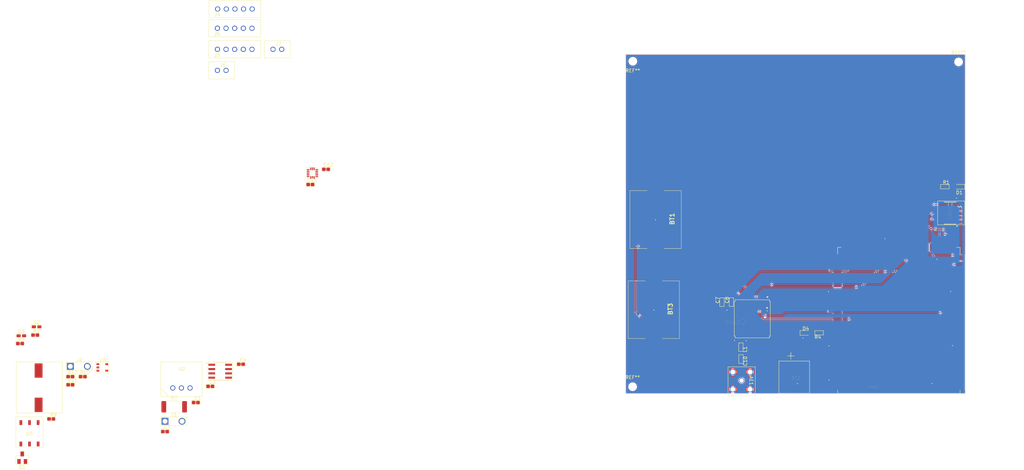
<source format=kicad_pcb>
(kicad_pcb (version 20210228) (generator pcbnew)
  (layers (0 "F.Cu" signal) (31 "B.Cu" signal) (34 "B.Paste" user) (35 "F.Paste" user) (36 "B.SilkS" user "B.Silkscreen") (37 "F.SilkS" user "F.Silkscreen") (38 "B.Mask" user) (39 "F.Mask" user) (44 "Edge.Cuts" user))
  (net 0 "")
  (net 1 "GND")
  (net 2 "Net-(AE1-Pad1)")
  (net 3 "Net-(BT1-Pad1)")
  (net 4 "/SOM/LIPO")
  (net 5 "Net-(BT3-Pad1)")
  (net 6 "VDC")
  (net 7 "+3V3")
  (net 8 "Net-(C10-Pad1)")
  (net 9 "/SOM/TRST")
  (net 10 "/SOM/TDI")
  (net 12 "/SOM/TDO")
  (net 13 "/SOM/TCK")
  (net 14 "/SOM/TMS")
  (net 15 "Net-(D1-Pad2)")
  (net 16 "Net-(D2-Pad2)")
  (net 17 "Net-(D3-Pad2)")
  (net 18 "Net-(D4-Pad2)")
  (net 19 "Net-(J1-Pad2)")
  (net 20 "Net-(J2-Pad1)")
  (net 21 "/RESET")
  (net 22 "/WAKE")
  (net 23 "/PPS")
  (net 24 "/RX")
  (net 25 "/TX")
  (net 26 "/BUZZER")
  (net 27 "/SSR")
  (net 28 "/LED3")
  (net 29 "/LED2")
  (net 30 "/LED1")
  (net 31 "/INT2")
  (net 32 "/INT1")
  (net 33 "/SDA")
  (net 34 "/SCL")
  (net 35 "Net-(L1-Pad1)")
  (net 36 "Net-(PZ1-Pad1)")
  (net 37 "/SOM/RED")
  (net 38 "/SOM/GREEN")
  (net 39 "/SOM/BLUE")
  (net 40 "/SOM/POWER")
  (net 41 "Net-(R10-Pad2)")
  (footprint "halfgeleiders:led0603" (layer "F.Cu") (at -75.015 120.145)
    (fp_text reference "D2" (at 0 -1.27) (layer "F.SilkS"))
    (fp_text value "GREEN")
    (pad "1" smd roundrect (at -0.8125 0) (size 1.225 0.85) (layers "F.Cu" "F.Paste" "F.Mask") (net 1 "GND"))
    (pad "2" smd roundrect (at 0.8125 0) (size 1.225 0.85) (layers "F.Cu" "F.Paste" "F.Mask") (net 16 "Net-(D2-Pad2)"))
  )
  (footprint "vanalles:PROSIGNAL_ABI-017-RC" (layer "F.Cu") (at -74.435 138.07)
    (fp_text reference "PZ1" (at 3 -0.6) (layer "F.SilkS") (effects (font (size 0.944882 0.944882) (thickness 0.015))))
    (fp_text value "buzzer")
    (pad "1" smd rect (at 0 5.045) (size 2.31 4.22) (layers "F.Cu" "F.Paste" "F.Mask") (net 36 "Net-(PZ1-Pad1)"))
    (pad "2" smd rect (at 0 -5.045) (size 2.31 4.22) (layers "F.Cu" "F.Paste" "F.Mask") (net 1 "GND"))
  )
  (footprint "vanalles:R_2512_6332Metric_Pad1.40x3.35mm_HandSolder" (layer "F.Cu") (at -34.565 143.685)
    (fp_text reference "R7" (at 0 -2.62) (layer "F.SilkS"))
    (fp_text value "100m Ohm")
    (pad "1" smd roundrect (at -3.05 0) (size 1.4 3.35) (layers "F.Cu" "F.Paste" "F.Mask") (roundrect_rratio 0.178571) (net 19 "Net-(J1-Pad2)"))
    (pad "2" smd roundrect (at 3.05 0) (size 1.4 3.35) (layers "F.Cu" "F.Paste" "F.Mask") (roundrect_rratio 0.178571) (net 6 "VDC"))
  )
  (footprint "vanalles:0603RL" (layer "F.Cu") (at -79.875 125.075)
    (fp_text reference "R3" (at 0.376 -1.27) (layer "F.SilkS"))
    (fp_text value "220")
    (pad "1" smd roundrect (at -0.64 0 90) (size 1 1.1) (layers "F.Cu" "F.Paste" "F.Mask") (net 39 "/SOM/BLUE"))
    (pad "2" smd roundrect (at 0.63 0 90) (size 1 1.1) (layers "F.Cu" "F.Paste" "F.Mask") (net 17 "Net-(D3-Pad2)"))
  )
  (footprint "vanalles:0603RL" (layer "F.Cu") (at 192.06 78.89)
    (fp_text reference "R1" (at 0.376 -1.27) (layer "F.SilkS"))
    (fp_text value "220")
    (pad "1" smd roundrect (at -0.64 0 90) (size 1 1.1) (layers "F.Cu" "F.Paste" "F.Mask") (net 37 "/SOM/RED"))
    (pad "2" smd roundrect (at 0.63 0 90) (size 1 1.1) (layers "F.Cu" "F.Paste" "F.Mask") (net 15 "Net-(D1-Pad2)"))
  )
  (footprint "connectors_user:2pin_screw" (layer "F.Cu") (at -62.545 131.795)
    (fp_text reference "J2" (at 0.145 -1.955) (layer "F.SilkS"))
    (fp_text value "Screw_Terminal_01x02")
    (pad "1" thru_hole rect (at -2.555 -0.005) (size 2 2) (drill 1.4) (layers *.Cu *.Mask) (net 20 "Net-(J2-Pad1)"))
    (pad "2" thru_hole circle (at 2.445 -0.005) (size 2 2) (drill 1.4) (layers *.Cu *.Mask) (net 1 "GND"))
  )
  (footprint "connectors_user:SAMTEC_FTSH-105-01-F-DV-P-TR" (layer "F.Cu") (at 193.61 86.69 90)
    (fp_text reference "CON1" (at 0.08 -0.05 90) (layer "F.SilkS") (effects (font (thickness 0.015))))
    (fp_text value "jtag")
    (pad "1" smd rect (at -2.54 2.035 90) (size 0.74 2.79) (layers "F.Cu" "F.Paste" "F.Mask") (net 7 "+3V3"))
    (pad "2" smd rect (at -2.54 -2.035 90) (size 0.74 2.79) (layers "F.Cu" "F.Paste" "F.Mask") (net 14 "/SOM/TMS"))
    (pad "3" smd rect (at -1.27 2.035 90) (size 0.74 2.79) (layers "F.Cu" "F.Paste" "F.Mask") (net 1 "GND"))
    (pad "4" smd rect (at -1.27 -2.035 90) (size 0.74 2.79) (layers "F.Cu" "F.Paste" "F.Mask") (net 13 "/SOM/TCK"))
    (pad "5" smd rect (at 0 2.035 90) (size 0.74 2.79) (layers "F.Cu" "F.Paste" "F.Mask") (net 1 "GND"))
    (pad "6" smd rect (at 0 -2.035 90) (size 0.74 2.79) (layers "F.Cu" "F.Paste" "F.Mask") (net 12 "/SOM/TDO"))
    (pad "7" smd rect (at 1.27 2.035 90) (size 0.74 2.79) (layers "F.Cu" "F.Paste" "F.Mask"))
    (pad "8" smd rect (at 1.27 -2.035 90) (size 0.74 2.79) (layers "F.Cu" "F.Paste" "F.Mask") (net 10 "/SOM/TDI"))
    (pad "9" smd rect (at 2.54 2.035 90) (size 0.74 2.79) (layers "F.Cu" "F.Paste" "F.Mask") (net 1 "GND"))
    (pad "10" smd rect (at 2.54 -2.035 90) (size 0.74 2.79) (layers "F.Cu" "F.Paste" "F.Mask") (net 9 "/SOM/TRST"))
  )
  (footprint "vanalles:0603" (layer "F.Cu") (at 10.09 73.78)
    (fp_text reference "C12" (at 0.635 -1.265) (layer "F.SilkS"))
    (fp_text value "100nF")
    (pad "1" smd roundrect (at -0.635 0.005 90) (size 1 1.1) (layers "F.Cu" "F.Paste" "F.Mask") (net 7 "+3V3"))
    (pad "2" smd roundrect (at 0.635 0.005 90) (size 1 1.1) (layers "F.Cu" "F.Paste" "F.Mask") (net 1 "GND"))
  )
  (footprint "vanalles:0603" (layer "F.Cu") (at 129.285 112.885 90)
    (fp_text reference "C8" (at 0.635 -1.265 90) (layer "F.SilkS"))
    (fp_text value "100nF")
    (pad "1" smd roundrect (at -0.635 0.005 180) (size 1 1.1) (layers "F.Cu" "F.Paste" "F.Mask") (net 7 "+3V3"))
    (pad "2" smd roundrect (at 0.635 0.005 180) (size 1 1.1) (layers "F.Cu" "F.Paste" "F.Mask") (net 1 "GND"))
  )
  (footprint "vanalles:0603" (layer "F.Cu") (at 132.09 126.135 -90)
    (fp_text reference "L1" (at 0.635 -1.265 90) (layer "F.SilkS"))
    (fp_text value "5n6")
    (pad "1" smd roundrect (at -0.635 0.005) (size 1 1.1) (layers "F.Cu" "F.Paste" "F.Mask") (net 35 "Net-(L1-Pad1)"))
    (pad "2" smd roundrect (at 0.635 0.005) (size 1 1.1) (layers "F.Cu" "F.Paste" "F.Mask") (net 8 "Net-(C10-Pad1)"))
  )
  (footprint "connectors_user:2 pin header" (layer "F.Cu") (at -5.49 38.46)
    (fp_text reference "J7" (at 1.6 -1.5 unlocked) (layer "F.SilkS"))
    (fp_text value "Conn_01x02_Male")
    (pad "1" thru_hole circle (at 0 0) (size 1.5 1.5) (drill 1.02) (layers *.Cu *.Mask) (net 34 "/SCL"))
    (pad "2" thru_hole circle (at 2.54 0) (size 1.5 1.5) (drill 1.02) (layers *.Cu *.Mask) (net 33 "/SDA"))
  )
  (footprint "vanalles:0603" (layer "F.Cu") (at -65.1 134.81)
    (fp_text reference "R12" (at 0.635 -1.265) (layer "F.SilkS"))
    (fp_text value "10K")
    (pad "1" smd roundrect (at -0.635 0.005 90) (size 1 1.1) (layers "F.Cu" "F.Paste" "F.Mask") (net 7 "+3V3"))
    (pad "2" smd roundrect (at 0.635 0.005 90) (size 1 1.1) (layers "F.Cu" "F.Paste" "F.Mask") (net 34 "/SCL"))
  )
  (footprint "vanalles:0603" (layer "F.Cu") (at -14.93 131.15)
    (fp_text reference "C4" (at 0.635 -1.265) (layer "F.SilkS"))
    (fp_text value "10uF")
    (pad "1" smd roundrect (at -0.635 0.005 90) (size 1 1.1) (layers "F.Cu" "F.Paste" "F.Mask") (net 7 "+3V3"))
    (pad "2" smd roundrect (at 0.635 0.005 90) (size 1 1.1) (layers "F.Cu" "F.Paste" "F.Mask") (net 1 "GND"))
  )
  (footprint "halfgeleiders:sot-23," (layer "F.Cu") (at -79.245 158.685)
    (fp_text reference "Q1" (at 0 2.794) (layer "F.SilkS"))
    (fp_text value "BBS3002")
    (pad "1" smd rect (at -0.94996 1.09982) (size 0.99822 1.39954) (layers "F.Cu" "F.Paste" "F.Mask") (net 26 "/BUZZER"))
    (pad "2" smd rect (at 0.94996 1.09982) (size 0.99822 1.39954) (layers "F.Cu" "F.Paste" "F.Mask") (net 36 "Net-(PZ1-Pad1)"))
    (pad "3" smd rect (at 0 -1.09982) (size 0.99822 1.39954) (layers "F.Cu" "F.Paste" "F.Mask") (net 7 "+3V3"))
  )
  (footprint "connectors_user:5pin header" (layer "F.Cu") (at -16.67 26.6)
    (fp_text reference "J4" (at -5.17 1.69 unlocked) (layer "F.SilkS"))
    (fp_text value "Conn_01x05_Male")
    (fp_text user "${REFERENCE}" (at -5.2 1.7 unlocked) (layer "F.SilkS"))
    (pad "1" thru_hole circle (at -5.11 -0.01) (size 1.5 1.5) (drill 1.02) (layers *.Cu *.Mask) (net 25 "/TX"))
    (pad "2" thru_hole circle (at -2.57 -0.01) (size 1.5 1.5) (drill 1.02) (layers *.Cu *.Mask) (net 24 "/RX"))
    (pad "3" thru_hole circle (at -0.03 -0.01) (size 1.5 1.5) (drill 1.02) (layers *.Cu *.Mask) (net 23 "/PPS"))
    (pad "4" thru_hole circle (at 2.51 -0.01) (size 1.5 1.5) (drill 1.02) (layers *.Cu *.Mask) (net 22 "/WAKE"))
    (pad "5" thru_hole circle (at 5.05 -0.01) (size 1.5 1.5) (drill 1.02) (layers *.Cu *.Mask) (net 21 "/RESET"))
  )
  (footprint "vanalles:MountingHole_2.2mm_M2_ISO7380" (layer "F.Cu") (at 100.31 41.98 180)
    (fp_text reference "REF**" (at 0 -2.75) (layer "F.SilkS"))
    (fp_text value "MountingHole_2.2mm_M2_ISO7380")
    (pad "1" np_thru_hole circle (at 0 0 180) (size 2.2 2.2) (drill 2.2) (layers *.Cu *.Mask))
  )
  (footprint "connectors_user:2pin_screw" (layer "F.Cu") (at -34.705 147.965)
    (fp_text reference "J1" (at 0.145 -1.955) (layer "F.SilkS"))
    (fp_text value "Screw_Terminal_01x02")
    (pad "1" thru_hole rect (at -2.555 -0.005) (size 2 2) (drill 1.4) (layers *.Cu *.Mask) (net 1 "GND"))
    (pad "2" thru_hole circle (at 2.445 -0.005) (size 2 2) (drill 1.4) (layers *.Cu *.Mask) (net 19 "Net-(J1-Pad2)"))
  )
  (footprint "connectors_user:sma_right angeld" (layer "F.Cu") (at 132.3 135.95 -90)
    (fp_text reference "AE1" (at 0.04 -2.81 -90 unlocked) (layer "F.SilkS"))
    (fp_text value "sma")
    (pad "1" thru_hole circle (at 0 0 270) (size 1.5 1.5) (drill 1.2) (layers *.Cu *.Mask) (net 2 "Net-(AE1-Pad1)"))
    (pad "2" thru_hole circle (at 2.6 2.6 270) (size 1.7 1.7) (drill 1.35) (layers *.Cu *.Mask) (net 1 "GND"))
    (pad "2" thru_hole circle (at -2.5 2.6 270) (size 1.7 1.7) (drill 1.35) (layers *.Cu *.Mask) (net 1 "GND"))
    (pad "2" thru_hole circle (at 2.6 -2.5 270) (size 1.7 1.7) (drill 1.35) (layers *.Cu *.Mask) (net 1 "GND"))
    (pad "2" thru_hole circle (at -2.5 -2.5 270) (size 1.7 1.7) (drill 1.35) (layers *.Cu *.Mask) (net 1 "GND"))
  )
  (footprint "vanalles:0603" (layer "F.Cu") (at -65.1 137.2)
    (fp_text reference "R11" (at 0.635 -1.265) (layer "F.SilkS"))
    (fp_text value "10K")
    (pad "1" smd roundrect (at -0.635 0.005 90) (size 1 1.1) (layers "F.Cu" "F.Paste" "F.Mask") (net 7 "+3V3"))
    (pad "2" smd roundrect (at 0.635 0.005 90) (size 1 1.1) (layers "F.Cu" "F.Paste" "F.Mask") (net 33 "/SDA"))
  )
  (footprint "vanalles:3012TR" (layer "F.Cu") (at 107 88.57 -90)
    (fp_text reference "BT1" (at -0.2032 -4.8768 90) (layer "F.SilkS") (effects (font (size 1.27 1.27) (thickness 0.254))))
    (fp_text value "Battery" hide)
    (pad "1" smd rect (at 10.02 0) (size 3.18 3.18) (layers "F.Cu" "F.Paste" "F.Mask") (net 3 "Net-(BT1-Pad1)"))
    (pad "1" smd rect (at -10.02 0) (size 3.18 3.18) (layers "F.Cu" "F.Paste" "F.Mask") (net 3 "Net-(BT1-Pad1)"))
    (pad "2" smd rect (at 0 0) (size 3.96 3.96) (layers "F.Cu" "F.Paste" "F.Mask") (net 1 "GND"))
  )
  (footprint "halfgeleiders:led0603" (layer "F.Cu") (at 151.1575 121.93)
    (fp_text reference "D4" (at 0 -1.27) (layer "F.SilkS"))
    (fp_text value "pwr")
    (pad "1" smd roundrect (at -0.8125 0) (size 1.225 0.85) (layers "F.Cu" "F.Paste" "F.Mask") (net 1 "GND"))
    (pad "2" smd roundrect (at 0.8125 0) (size 1.225 0.85) (layers "F.Cu" "F.Paste" "F.Mask") (net 18 "Net-(D4-Pad2)"))
  )
  (footprint "vanalles:0603" (layer "F.Cu") (at -28.21 142.43)
    (fp_text reference "C1" (at 0.635 -1.265) (layer "F.SilkS"))
    (fp_text value "100nF")
    (pad "1" smd roundrect (at -0.635 0.005 90) (size 1 1.1) (layers "F.Cu" "F.Paste" "F.Mask") (net 6 "VDC"))
    (pad "2" smd roundrect (at 0.635 0.005 90) (size 1 1.1) (layers "F.Cu" "F.Paste" "F.Mask") (net 1 "GND"))
  )
  (footprint "vanalles:recom psu" (layer "F.Cu") (at -32.434 138.14)
    (fp_text reference "U2" (at 0.127 -5.588 unlocked) (layer "F.SilkS"))
    (fp_text value "R-783.3-1.0")
    (pad "1" thru_hole circle (at -2.54 0) (size 1.5 1.5) (drill 1.02) (layers *.Cu *.Mask) (net 6 "VDC"))
    (pad "2" thru_hole circle (at 0 0) (size 1.5 1.5) (drill 1.02) (layers *.Cu *.Mask) (net 1 "GND"))
    (pad "3" thru_hole circle (at 2.54 0) (size 1.5 1.5) (drill 1.02) (layers *.Cu *.Mask) (net 7 "+3V3"))
  )
  (footprint "halfgeleiders:SOT-25" (layer "F.Cu") (at -55.725 132.1)
    (fp_text reference "U6" (at 0.236 -2.233) (layer "F.SilkS"))
    (fp_text value "DS28CM00R-A00+T")
    (pad "1" smd roundrect (at -1.27 -0.945 90) (size 0.55 0.8) (layers "F.Cu" "F.Paste" "F.Mask") (net 34 "/SCL"))
    (pad "2" smd rect (at -1.27 0.005 90) (size 0.55 0.8) (layers "F.Cu" "F.Paste" "F.Mask") (net 1 "GND"))
    (pad "3" smd rect (at -1.27 0.955 90) (size 0.55 0.8) (layers "F.Cu" "F.Paste" "F.Mask") (net 33 "/SDA"))
    (pad "4" smd rect (at 1.33 0.955 90) (size 0.55 0.8) (layers "F.Cu" "F.Paste" "F.Mask"))
    (pad "5" smd rect (at 1.33 -0.945 90) (size 0.55 0.8) (layers "F.Cu" "F.Paste" "F.Mask") (net 7 "+3V3"))
  )
  (footprint "halfgeleiders:sop4 P=2.54" (layer "F.Cu") (at -77.11 154.64)
    (fp_text reference "U5" (at 0 -3 unlocked) (layer "F.SilkS"))
    (fp_text value "G3VM-61HR2(TR05)")
    (pad "1" smd roundrect (at 2.54 -6.3 180) (size 0.8 1.4) (layers "F.Cu" "F.Paste" "F.Mask") (roundrect_rratio 0) (chamfer_ratio 0.2) (chamfer top_left) (net 41 "Net-(R10-Pad2)"))
    (pad "2" smd rect (at 0 -6.3 180) (size 0.8 1.4) (layers "F.Cu" "F.Paste" "F.Mask") (net 1 "GND"))
    (pad "3" smd rect (at -2.54 -6.3 180) (size 0.8 1.4) (layers "F.Cu" "F.Paste" "F.Mask"))
    (pad "4" smd rect (at -2.54 0 180) (size 0.8 1.4) (layers "F.Cu" "F.Paste" "F.Mask") (net 20 "Net-(J2-Pad1)"))
    (pad "5" smd rect (at 0 0 180) (size 0.8 1.4) (layers "F.Cu" "F.Paste" "F.Mask"))
    (pad "6" smd rect (at 2.54 0 180) (size 0.8 1.4) (layers "F.Cu" "F.Paste" "F.Mask") (net 6 "VDC"))
  )
  (footprint "vanalles:0603" (layer "F.Cu") (at -37.26 150.98)
    (fp_text reference "C2" (at 0.635 -1.265) (layer "F.SilkS"))
    (fp_text value "10uF")
    (pad "1" smd roundrect (at -0.635 0.005 90) (size 1 1.1) (layers "F.Cu" "F.Paste" "F.Mask") (net 6 "VDC"))
    (pad "2" smd roundrect (at 0.635 0.005 90) (size 1 1.1) (layers "F.Cu" "F.Paste" "F.Mask") (net 1 "GND"))
  )
  (footprint "halfgeleiders:led0603" (layer "F.Cu") (at 196.235 78.905 180)
    (fp_text reference "D1" (at -0.0725 -1.74) (layer "F.SilkS"))
    (fp_text value "RED")
    (pad "1" smd roundrect (at -0.8125 0 180) (size 1.225 0.85) (layers "F.Cu" "F.Paste" "F.Mask") (net 1 "GND"))
    (pad "2" smd roundrect (at 0.8125 0 180) (size 1.225 0.85) (layers "F.Cu" "F.Paste" "F.Mask") (net 15 "Net-(D1-Pad2)"))
  )
  (footprint "connectors_user:2 pin header" (layer "F.Cu") (at -21.85 44.66)
    (fp_text reference "J6" (at 1.6 -1.5 unlocked) (layer "F.SilkS"))
    (fp_text value "Conn_01x02_Male")
    (pad "1" thru_hole circle (at 0 0) (size 1.5 1.5) (drill 1.02) (layers *.Cu *.Mask) (net 32 "/INT1"))
    (pad "2" thru_hole circle (at 2.54 0) (size 1.5 1.5) (drill 1.02) (layers *.Cu *.Mask) (net 31 "/INT2"))
  )
  (footprint "vanalles:0603" (layer "F.Cu") (at 5.48 78.26)
    (fp_text reference "C11" (at 0.635 -1.265) (layer "F.SilkS"))
    (fp_text value "10uF")
    (pad "1" smd roundrect (at -0.635 0.005 90) (size 1 1.1) (layers "F.Cu" "F.Paste" "F.Mask") (net 7 "+3V3"))
    (pad "2" smd roundrect (at 0.635 0.005 90) (size 1 1.1) (layers "F.Cu" "F.Paste" "F.Mask") (net 1 "GND"))
  )
  (footprint "halfgeleiders:led0603" (layer "F.Cu") (at -79.4975 122.79)
    (fp_text reference "D3" (at 0 -1.27) (layer "F.SilkS"))
    (fp_text value "BLUE")
    (pad "1" smd roundrect (at -0.8125 0) (size 1.225 0.85) (layers "F.Cu" "F.Paste" "F.Mask") (net 1 "GND"))
    (pad "2" smd roundrect (at 0.8125 0) (size 1.225 0.85) (layers "F.Cu" "F.Paste" "F.Mask") (net 17 "Net-(D3-Pad2)"))
  )
  (footprint "connectors_user:5pin header" (layer "F.Cu") (at -16.74 38.47)
    (fp_text reference "J3" (at -5.17 1.69 unlocked) (layer "F.SilkS"))
    (fp_text value "Conn_01x05_Male")
    (fp_text user "${REFERENCE}" (at -5.2 1.7 unlocked) (layer "F.SilkS"))
    (pad "1" thru_hole circle (at -5.11 -0.01) (size 1.5 1.5) (drill 1.02) (layers *.Cu *.Mask) (net 1 "GND"))
    (pad "2" thru_hole circle (at -2.57 -0.01) (size 1.5 1.5) (drill 1.02) (layers *.Cu *.Mask) (net 1 "GND"))
    (pad "3" thru_hole circle (at -0.03 -0.01) (size 1.5 1.5) (drill 1.02) (layers *.Cu *.Mask) (net 1 "GND"))
    (pad "4" thru_hole circle (at 2.51 -0.01) (size 1.5 1.5) (drill 1.02) (layers *.Cu *.Mask) (net 1 "GND"))
    (pad "5" thru_hole circle (at 5.05 -0.01) (size 1.5 1.5) (drill 1.02) (layers *.Cu *.Mask) (net 1 "GND"))
  )
  (footprint "vanalles:3012TR" (layer "F.Cu") (at 106.47 115.11 -90)
    (fp_text reference "BT3" (at -0.2032 -4.8768 90) (layer "F.SilkS") (effects (font (size 1.27 1.27) (thickness 0.254))))
    (fp_text value "Battery_Cell" hide)
    (pad "1" smd rect (at 10.02 0) (size 3.18 3.18) (layers "F.Cu" "F.Paste" "F.Mask") (net 5 "Net-(BT3-Pad1)"))
    (pad "1" smd rect (at -10.02 0) (size 3.18 3.18) (layers "F.Cu" "F.Paste" "F.Mask") (net 5 "Net-(BT3-Pad1)"))
    (pad "2" smd rect (at 0 0) (size 3.96 3.96) (layers "F.Cu" "F.Paste" "F.Mask") (net 1 "GND"))
  )
  (footprint "vanalles:0603" (layer "F.Cu") (at -23.95 137.67)
    (fp_text reference "C3" (at 0.635 -1.265) (layer "F.SilkS"))
    (fp_text value "100nF")
    (pad "1" smd roundrect (at -0.635 0.005 90) (size 1 1.1) (layers "F.Cu" "F.Paste" "F.Mask") (net 7 "+3V3"))
    (pad "2" smd roundrect (at 0.635 0.005 90) (size 1 1.1) (layers "F.Cu" "F.Paste" "F.Mask") (net 1 "GND"))
  )
  (footprint "halfgeleiders:SOIC127P599X175-8N" (layer "F.Cu") (at -21.04 133.22)
    (fp_text reference "U1" (at -0.385 -3.537) (layer "F.SilkS") (effects (font (thickness 0.015))))
    (fp_text value "INA219BxDCN")
    (pad "1" smd rect (at -2.47 -1.905) (size 1.97 0.6) (layers "F.Cu" "F.Paste" "F.Mask") (net 19 "Net-(J1-Pad2)"))
    (pad "2" smd rect (at -2.47 -0.635) (size 1.97 0.6) (layers "F.Cu" "F.Paste" "F.Mask") (net 6 "VDC"))
    (pad "3" smd rect (at -2.47 0.635) (size 1.97 0.6) (layers "F.Cu" "F.Paste" "F.Mask") (net 1 "GND"))
    (pad "4" smd rect (at -2.47 1.905) (size 1.97 0.6) (layers "F.Cu" "F.Paste" "F.Mask") (net 7 "+3V3"))
    (pad "5" smd rect (at 2.47 1.905) (size 1.97 0.6) (layers "F.Cu" "F.Paste" "F.Mask") (net 34 "/SCL"))
    (pad "6" smd rect (at 2.47 0.635) (size 1.97 0.6) (layers "F.Cu" "F.Paste" "F.Mask") (net 33 "/SDA"))
    (pad "7" smd rect (at 2.47 -0.635) (size 1.97 0.6) (layers "F.Cu" "F.Paste" "F.Mask") (net 1 "GND"))
    (pad "8" smd rect (at 2.47 -1.905) (size 1.97 0.6) (layers "F.Cu" "F.Paste" "F.Mask") (net 1 "GND"))
  )
  (footprint "Module:SON_STM_TESEO-LIV3R" (layer "F.Cu") (at 135.44 117.78 180)
    (fp_text reference "mod2" (at 5 -1) (layer "F.SilkS") (effects (font (size 1.574803 1.574803) (thickness 0.015))))
    (fp_text value "teseo-LIV")
    (pad "1" smd rect (at -4.4 4.6 180) (size 0.9 1.6) (layers "F.Cu" "F.Paste" "F.Mask") (net 1 "GND"))
    (pad "2" smd rect (at -3.3 4.6 180) (size 0.9 1.6) (layers "F.Cu" "F.Paste" "F.Mask") (net 25 "/TX"))
    (pad "3" smd rect (at -2.2 4.6 180) (size 0.9 1.6) (layers "F.Cu" "F.Paste" "F.Mask") (net 24 "/RX"))
    (pad "4" smd rect (at -1.1 4.6 180) (size 0.9 1.6) (layers "F.Cu" "F.Paste" "F.Mask") (net 23 "/PPS"))
    (pad "5" smd rect (at 0 4.6 180) (size 0.9 1.6) (layers "F.Cu" "F.Paste" "F.Mask") (net 22 "/WAKE"))
    (pad "6" smd rect (at 1.1 4.6 180) (size 0.9 1.6) (layers "F.Cu" "F.Paste" "F.Mask") (net 5 "Net-(BT3-Pad1)"))
    (pad "7" smd rect (at 2.2 4.6 180) (size 0.9 1.6) (layers "F.Cu" "F.Paste" "F.Mask") (net 7 "+3V3"))
    (pad "8" smd rect (at 3.3 4.6 180) (size 0.9 1.6) (layers "F.Cu" "F.Paste" "F.Mask") (net 7 "+3V3"))
    (pad "9" smd rect (at 4.4 4.6 180) (size 0.9 1.6) (layers "F.Cu" "F.Paste" "F.Mask") (net 21 "/RESET"))
    (pad "10" smd rect (at 4.4 -4.6 180) (size 0.9 1.6) (layers "F.Cu" "F.Paste" "F.Mask") (net 1 "GND"))
    (pad "11" smd rect (at 3.3 -4.6 180) (size 0.9 1.6) (layers "F.Cu" "F.Paste" "F.Mask") (net 35 "Net-(L1-Pad1)"))
    (pad "12" smd rect (at 2.2 -4.6 180) (size 0.9 1.6) (layers "F.Cu" "F.Paste" "F.Mask") (net 1 "GND"))
    (pad "13" smd rect (at 1.1 -4.6 180) (size 0.9 1.6) (layers "F.Cu" "F.Paste" "F.Mask"))
    (pad "14" smd rect (at 0 -4.6 180) (size 0.9 1.6) (layers "F.Cu" "F.Paste" "F.Mask"))
    (pad "15" smd rect (at -1.1 -4.6 180) (size 0.9 1.6) (layers "F.Cu" "F.Paste" "F.Mask"))
    (pad "16" smd rect (at -2.2 -4.6 180) (size 0.9 1.6) (layers "F.Cu" "F.Paste" "F.Mask"))
    (pad "17" smd rect (at -3.3 -4.6 180) (size 0.9 1.6) (layers "F.Cu" "F.Paste" "F.Mask"))
    (pad "18" smd rect (at -4.4 -4.6 180) (size 0.9 1.6) (layers "F.Cu" "F.Paste" "F.Mask"))
  )
  (footprint "vanalles:0603RL" (layer "F.Cu") (at 155.07 121.92 180)
    (fp_text reference "R4" (at 0.376 -1.27) (layer "F.SilkS"))
    (fp_text value "220")
    (pad "1" smd roundrect (at -0.64 0 270) (size 1 1.1) (layers "F.Cu" "F.Paste" "F.Mask") (net 40 "/SOM/POWER"))
    (pad "2" smd roundrect (at 0.63 0 270) (size 1 1.1) (layers "F.Cu" "F.Paste" "F.Mask") (net 18 "Net-(D4-Pad2)"))
  )
  (footprint "vanalles:0603" (layer "F.Cu") (at -61.44 134.81)
    (fp_text reference "R10" (at 0.635 -1.265) (layer "F.SilkS"))
    (fp_text value "220 ")
    (pad "1" smd roundrect (at -0.635 0.005 90) (size 1 1.1) (layers "F.Cu" "F.Paste" "F.Mask") (net 27 "/SSR"))
    (pad "2" smd roundrect (at 0.635 0.005 90) (size 1 1.1) (layers "F.Cu" "F.Paste" "F.Mask") (net 41 "Net-(R10-Pad2)"))
  )
  (footprint "vanalles:0603" (layer "F.Cu") (at -70.72 147.27)
    (fp_text reference "R9" (at 0.635 -1.265) (layer "F.SilkS"))
    (fp_text value "10K")
    (pad "1" smd roundrect (at -0.635 0.005 90) (size 1 1.1) (layers "F.Cu" "F.Paste" "F.Mask") (net 26 "/BUZZER"))
    (pad "2" smd roundrect (at 0.635 0.005 90) (size 1 1.1) (layers "F.Cu" "F.Paste" "F.Mask") (net 1 "GND"))
  )
  (footprint "vanalles:0603" (layer "F.Cu") (at 132.12 129.615 -90)
    (fp_text reference "C10" (at 0.635 -1.265 90) (layer "F.SilkS"))
    (fp_text value "120nF")
    (pad "1" smd roundrect (at -0.635 0.005) (size 1 1.1) (layers "F.Cu" "F.Paste" "F.Mask") (net 8 "Net-(C10-Pad1)"))
    (pad "2" smd roundrect (at 0.635 0.005) (size 1 1.1) (layers "F.Cu" "F.Paste" "F.Mask") (net 2 "Net-(AE1-Pad1)"))
  )
  (footprint "connectors_user:5pin header" (layer "F.Cu") (at -16.74 32.27)
    (fp_text reference "J5" (at -5.17 1.69 unlocked) (layer "F.SilkS"))
    (fp_text value "Conn_01x05_Male")
    (fp_text user "${REFERENCE}" (at -5.2 1.7 unlocked) (layer "F.SilkS"))
    (pad "1" thru_hole circle (at -5.11 -0.01) (size 1.5 1.5) (drill 1.02) (layers *.Cu *.Mask) (net 30 "/LED1"))
    (pad "2" thru_hole circle (at -2.57 -0.01) (size 1.5 1.5) (drill 1.02) (layers *.Cu *.Mask) (net 29 "/LED2"))
    (pad "3" thru_hole circle (at -0.03 -0.01) (size 1.5 1.5) (drill 1.02) (layers *.Cu *.Mask) (net 28 "/LED3"))
    (pad "4" thru_hole circle (at 2.51 -0.01) (size 1.5 1.5) (drill 1.02) (layers *.Cu *.Mask) (net 27 "/SSR"))
    (pad "5" thru_hole circle (at 5.05 -0.01) (size 1.5 1.5) (drill 1.02) (layers *.Cu *.Mask) (net 26 "/BUZZER"))
  )
  (footprint "vanalles:0603RL" (layer "F.Cu") (at -75.425 122.585)
    (fp_text reference "R2" (at 0.376 -1.27) (layer "F.SilkS"))
    (fp_text value "220")
    (pad "1" smd roundrect (at -0.64 0 90) (size 1 1.1) (layers "F.Cu" "F.Paste" "F.Mask") (net 38 "/SOM/GREEN"))
    (pad "2" smd roundrect (at 0.63 0 90) (size 1 1.1) (layers "F.Cu" "F.Paste" "F.Mask") (net 16 "Net-(D2-Pad2)"))
  )
  (footprint "vanalles:0603" (layer "F.Cu") (at 126.505 112.915 90)
    (fp_text reference "C7" (at 0.635 -1.265 90) (layer "F.SilkS"))
    (fp_text value "10uF")
    (pad "1" smd roundrect (at -0.635 0.005 180) (size 1 1.1) (layers "F.Cu" "F.Paste" "F.Mask") (net 7 "+3V3"))
    (pad "2" smd roundrect (at 0.635 0.005 180) (size 1 1.1) (layers "F.Cu" "F.Paste" "F.Mask") (net 1 "GND"))
  )
  (footprint "Module:E0" (layer "F.Cu") (at 160.53 139.765)
    (fp_text reference "mod1" (at 10.5 -2) (layer "F.SilkS") (effects (font (size 0.787402 0.787402) (thickness 0.015))))
    (fp_text value "particle_e0")
    (pad "1" smd rect (at -0.008 -2) (size 2.5 1.4) (layers "F.Cu" "F.Paste" "F.Mask") (net 7 "+3V3"))
    (pad "2" smd rect (at -0.008 -4) (size 2.5 1.4) (layers "F.Cu" "F.Paste" "F.Mask") (net 1 "GND"))
    (pad "3" smd rect (at -0.008 -6) (size 2.5 1.4) (layers "F.Cu" "F.Paste" "F.Mask"))
    (pad "4" smd rect (at -0.008 -8) (size 2.5 1.4) (layers "F.Cu" "F.Paste" "F.Mask") (net 1 "GND"))
    (pad "5" smd rect (at -0.008 -10) (size 2.5 1.4) (layers "F.Cu" "F.Paste" "F.Mask") (net 4 "/SOM/LIPO"))
    (pad "6" smd rect (at -0.008 -12) (size 2.5 1.4) (layers "F.Cu" "F.Paste" "F.Mask"))
    (pad "7" smd rect (at -0.008 -14) (size 2.5 1.4) (layers "F.Cu" "F.Paste" "F.Mask") (net 1 "GND"))
    (pad "8" smd rect (at -0.008 -16) (size 2.5 1.4) (layers "F.Cu" "F.Paste" "F.Mask"))
    (pad "9" smd rect (at -0.008 -18) (size 2.5 1.4) (layers "F.Cu" "F.Paste" "F.Mask") (net 40 "/SOM/POWER"))
    (pad "10" smd rect (at -0.008 -20) (size 2.5 1.4) (layers "F.Cu" "F.Paste" "F.Mask") (net 7 "+3V3"))
    (pad "11" smd rect (at -0.008 -22) (size 2.5 1.4) (layers "F.Cu" "F.Paste" "F.Mask") (net 3 "Net-(BT1-Pad1)"))
    (pad "12" smd rect (at -0.008 -24) (size 2.5 1.4) (layers "F.Cu" "F.Paste" "F.Mask") (net 1 "GND"))
    (pad "13" smd rect (at -0.008 -26) (size 2.5 1.4) (layers "F.Cu" "F.Paste" "F.Mask"))
    (pad "14" smd rect (at -0.008 -28) (size 2.5 1.4) (layers "F.Cu" "F.Paste" "F.Mask"))
    (pad "15" smd rect (at -0.008 -30) (size 2.5 1.4) (layers "F.Cu" "F.Paste" "F.Mask") (net 1 "GND"))
    (pad "16" smd rect (at -0.008 -32) (size 2.5 1.4) (layers "F.Cu" "F.Paste" "F.Mask"))
    (pad "17" smd rect (at -0.008 -34) (size 2.5 1.4) (layers "F.Cu" "F.Paste" "F.Mask"))
    (pad "18" smd rect (at -0.008 -36) (size 2.5 1.4) (layers "F.Cu" "F.Paste" "F.Mask") (net 1 "GND"))
    (pad "19" smd rect (at -0.008 -38) (size 2.5 1.4) (layers "F.Cu" "F.Paste" "F.Mask"))
    (pad "20" smd rect (at -0.008 -40) (size 2.5 1.4) (layers "F.Cu" "F.Paste" "F.Mask"))
    (pad "21" smd rect (at 2 -43.008) (size 1.4 2.5) (layers "F.Cu" "F.Paste" "F.Mask") (net 27 "/SSR"))
    (pad "22" smd rect (at 4 -43.008) (size 1.4 2.5) (layers "F.Cu" "F.Paste" "F.Mask") (net 30 "/LED1"))
    (pad "23" smd rect (at 6 -43.008) (size 1.4 2.5) (layers "F.Cu" "F.Paste" "F.Mask") (net 29 "/LED2"))
    (pad "24" smd rect (at 8 -43.008) (size 1.4 2.5) (layers "F.Cu" "F.Paste" "F.Mask") (net 28 "/LED3"))
    (pad "25" smd rect (at 10 -43.008) (size 1.4 2.5) (layers "F.Cu" "F.Paste" "F.Mask") (net 26 "/BUZZER"))
    (pad "26" smd rect (at 12 -43.008) (size 1.4 2.5) (layers "F.Cu" "F.Paste" "F.Mask") (net 32 "/INT1"))
    (pad "27" smd rect (at 14 -43.008) (size 1.4 2.5) (layers "F.Cu" "F.Paste" "F.Mask") (net 1 "GND"))
    (pad "28" smd rect (at 16 -43.008) (size 1.4 2.5) (layers "F.Cu" "F.Paste" "F.Mask") (net 31 "/INT2"))
    (pad "29" smd rect (at 18 -43.008) (size 1.4 2.5) (layers "F.Cu" "F.Paste" "F.Mask") (net 23 "/PPS"))
    (pad "30" smd rect (at 20 -43.008) (size 1.4 2.5) (layers "F.Cu" "F.Paste" "F.Mask") (net 22 "/WAKE"))
    (pad "31" smd rect (at 22 -43.008) (size 1.4 2.5) (layers "F.Cu" "F.Paste" "F.Mask") (net 21 "/RESET"))
    (pad "32" smd rect (at 24 -43.008) (size 1.4 2.5) (layers "F.Cu" "F.Paste" "F.Mask"))
    (pad "33" smd rect (at 26 -43.008) (size 1.4 2.5) (layers "F.Cu" "F.Paste" "F.Mask"))
    (pad "34" smd rect (at 28 -43.008) (size 1.4 2.5) (layers "F.Cu" "F.Paste" "F.Mask") (net 1 "GND"))
    (pad "35" smd rect (at 30 -43.008) (size 1.4 2.5) (layers "F.Cu" "F.Paste" "F.Mask") (net 14 "/SOM/TMS"))
    (pad "36" smd rect (at 32 -43.008) (size 1.4 2.5) (layers "F.Cu" "F.Paste" "F.Mask") (net 13 "/SOM/TCK"))
    (pad "37" smd rect (at 34 -43.008) (size 1.4 2.5) (layers "F.Cu" "F.Paste" "F.Mask") (net 10 "/SOM/TDI"))
    (pad "38" smd rect (at 36.008 -40) (size 2.5 1.4) (layers "F.Cu" "F.Paste" "F.Mask") (net 12 "/SOM/TDO"))
    (pad "39" smd rect (at 36.008 -38) (size 2.5 1.4) (layers "F.Cu" "F.Paste" "F.Mask") (net 9 "/SOM/TRST"))
    (pad "40" smd rect (at 36.008 -36) (size 2.5 1.4) (layers "F.Cu" "F.Paste" "F.Mask"))
    (pad "41" smd rect (at 36.008 -34) (size 2.5 1.4) (layers "F.Cu" "F.Paste" "F.Mask"))
    (pad "42" smd rect (at 36.008 -32) (size 2.5 1.4) (layers "F.Cu" "F.Paste" "F.Mask"))
    (pad "43" smd rect (at 36.008 -30) (size 2.5 1.4) (layers "F.Cu" "F.Paste" "F.Mask") (net 1 "GND"))
    (pad "44" smd rect (at 36.008 -28) (size 2.5 1.4) (layers "F.Cu" "F.Paste" "F.Mask") (net 34 "/SCL"))
    (pad "45" smd rect (at 36.008 -26) (size 2.5 1.4) (layers "F.Cu" "F.Paste" "F.Mask") (net 33 "/SDA"))
    (pad "46" smd rect (at 36.008 -24) (size 2.5 1.4) (layers "F.Cu" "F.Paste" "F.Mask") (net 25 "/TX"))
    (pad "47" smd rect (at 36.008 -22) (size 2.5 1.4) (layers "F.Cu" "F.Paste" "F.Mask") (net 24 "/RX"))
    (pad "48" smd rect (at 36.008 -20) (size 2.5 1.4) (layers "F.Cu" "F.Paste" "F.Mask"))
    (pad "49" smd rect (at 36.008 -18) (size 2.5 1.4) (layers "F.Cu" "F.Paste" "F.Mask"))
    (pad "50" smd rect (at 36.008 -16) (size 2.5 1.4) (layers "F.Cu" "F.Paste" "F.Mask"))
    (pad "51" smd rect (at 36.008 -14) (size 2.5 1.4) (layers "F.Cu" "F.Paste" "F.Mask") (net 1 "GND"))
    (pad "52" smd rect (at 36.008 -12) (size 2.5 1.4) (layers "F.Cu" "F.Paste" "F.Mask") (net 39 "/SOM/BLUE"))
    (pad "53" smd rect (at 36.008 -10) (size 2.5 1.4) (layers "F.Cu" "F.Paste" "F.Mask") (net 38 "/SOM/GREEN"))
    (pad "54" smd rect (at 36.008 -8) (size 2.5 1.4) (layers "F.Cu" "F.Paste" "F.Mask") (net 37 "/SOM/RED"))
    (pad "55" smd rect (at 36.008 -6) (size 2.5 1.4) (layers "F.Cu" "F.Paste" "F.Mask"))
    (pad "56" smd rect (at 36.008 -4) (size 2.5 1.4) (layers "F.Cu" "F.Paste" "F.Mask"))
    (pad "57" smd rect (at 36.008 -2) (size 2.5 1.4) (layers "F.Cu" "F.Paste" "F.Mask"))
    (pad "58" smd rect (at 32 -3) (size 2 2) (layers "F.Cu" "F.Paste" "F.Mask") (net 1 "GND"))
    (pad "59" smd rect (at 32 -39) (size 2 2) (layers "F.Cu" "F.Paste" "F.Mask") (net 1 "GND"))
    (pad "60" smd rect (at 4 -39) (size 2 2) (layers "F.Cu" "F.Paste" "F.Mask") (net 1 "GND"))
    (pad "61" smd rect (at 24 -29) (size 1 1) (layers "F.Cu" "F.Paste" "F.Mask"))
    (pad "62" smd rect (at 26 -29) (size 1 1) (layers "F.Cu" "F.Paste" "F.Mask"))
    (pad "63" smd rect (at 28 -29) (size 1 1) (layers "F.Cu" "F.Paste" "F.Mask"))
  )
  (footprint "connectors_user:jst 2 pin" (layer "F.Cu") (at 147.77 135.24)
    (fp_text reference "BT2" (at 0.5 0) (layer "F.SilkS") (effects (font (size 0.944882 0.944882) (thickness 0.015))))
    (fp_text value "Battery")
    (pad "1" smd rect (at -1 -2.95) (size 1 3.5) (layers "F.Cu" "F.Paste" "F.Mask") (net 4 "/SOM/LIPO"))
    (pad "2" smd rect (at 1 -2.95) (size 1 3.5) (layers "F.Cu" "F.Paste" "F.Mask") (net 1 "GND"))
    (pad "M" smd rect (at -3.35 2.6) (size 1.5 3.4) (layers "F.Cu" "F.Paste" "F.Mask"))
    (pad "N" smd rect (at 3.35 2.6) (size 1.5 3.4) (layers "F.Cu" "F.Paste" "F.Mask"))
  )
  (footprint "vanalles:MountingHole_2.2mm_M2_ISO7380" (layer "F.Cu") (at 196.1 42.18)
    (fp_text reference "REF**" (at 0 -2.75) (layer "F.SilkS"))
    (fp_text value "MountingHole_2.2mm_M2_ISO7380")
    (pad "1" np_thru_hole circle (at 0 0) (size 2.2 2.2) (drill 2.2) (layers *.Cu *.Mask))
  )
  (footprint "halfgeleiders:QFN-16_0.5MM" (layer "F.Cu") (at 6.0915 74.9045)
    (fp_text reference "U7" (at -0.434768 -2.106897) (layer "F.SilkS") (effects (font (size 0.320561 0.320561) (thickness 0.015))))
    (fp_text value "LIS3DH")
    (pad "1" smd rect (at -1.275 -1) (size 0.8 0.3) (layers "F.Cu" "F.Paste" "F.Mask") (net 7 "+3V3"))
    (pad "2" smd rect (at -1.275 -0.5) (size 0.8 0.3) (layers "F.Cu" "F.Paste" "F.Mask"))
    (pad "3" smd rect (at -1.275 0) (size 0.8 0.3) (layers "F.Cu" "F.Paste" "F.Mask"))
    (pad "4" smd rect (at -1.275 0.5) (size 0.8 0.3) (layers "F.Cu" "F.Paste" "F.Mask") (net 34 "/SCL"))
    (pad "5" smd rect (at -1.275 1) (size 0.8 0.3) (layers "F.Cu" "F.Paste" "F.Mask") (net 1 "GND"))
    (pad "6" smd rect (at -0.5 1.275) (size 0.3 0.8) (layers "F.Cu" "F.Paste" "F.Mask") (net 33 "/SDA"))
    (pad "7" smd rect (at 0 1.275) (size 0.3 0.8) (layers "F.Cu" "F.Paste" "F.Mask") (net 7 "+3V3"))
    (pad "8" smd rect (at 0.5 1.275) (size 0.3 0.8) (layers "F.Cu" "F.Paste" "F.Mask") (net 7 "+3V3"))
    (pad "9" smd rect (at 1.275 1) (size 0.8 0.3) (layers "F.Cu" "F.Paste" "F.Mask") (net 31 "/INT2"))
    (pad "10" smd rect (at 1.275 0.5) (size 0.8 0.3) (layers "F.Cu" "F.Paste" "F.Mask") (net 1 "GND"))
    (pad "11" smd rect (at 1.275 0) (size 0.8 0.3) (layers "F.Cu" "F.Paste" "F.Mask") (net 32 "/INT1"))
    (pad "12" smd rect (at 1.275 -0.5) (size 0.8 0.3) (layers "F.Cu" "F.Paste" "F.Mask") (net 1 "GND"))
    (pad "13" smd rect (at 1.275 -1) (size 0.8 0.3) (layers "F.Cu" "F.Paste" "F.Mask"))
    (pad "14" smd rect (at 0.5 -1.275) (size 0.3 0.8) (layers "F.Cu" "F.Paste" "F.Mask") (net 7 "+3V3"))
    (pad "15" smd rect (at 0 -1.275) (size 0.3 0.8) (layers "F.Cu" "F.Paste" "F.Mask"))
    (pad "16" smd rect (at -0.5 -1.275) (size 0.3 0.8) (layers "F.Cu" "F.Paste" "F.Mask"))
  )
  (footprint "vanalles:MountingHole_2.2mm_M2_ISO7380" (layer "F.Cu") (at 100.24 137.78)
    (fp_text reference "REF**" (at 0 -2.75) (layer "F.SilkS"))
    (fp_text value "MountingHole_2.2mm_M2_ISO7380")
    (pad "1" np_thru_hole circle (at 0 0) (size 2.2 2.2) (drill 2.2) (layers *.Cu *.Mask))
  )
  (gr_line (start 198.12 39.88) (end 98.12 39.88) (layer "Edge.Cuts") (width 0.1))
  (gr_line (start 98.12 39.88) (end 98.12 139.88) (layer "Edge.Cuts") (width 0.1))
  (gr_line (start 98.12 139.88) (end 198.12 139.88) (layer "Edge.Cuts") (width 0.1))
  (gr_line (start 198.12 139.88) (end 198.12 39.88) (layer "Edge.Cuts") (width 0.1))
  (segment (start 193.785 109.765) (end 193.78 109.76) (width 0.25) (layer "F.Cu") (net 1))
  (segment (start 131.04 123.29) (end 130.19 124.14) (width 0.25) (layer "F.Cu") (net 1))
  (segment (start 196.538 109.765) (end 193.785 109.765) (width 0.25) (layer "F.Cu") (net 1))
  (segment (start 160.522 103.765) (end 158.60951 103.765) (width 0.25) (layer "F.Cu") (net 1))
  (segment (start 195.645 87.085) (end 195.645 86.69) (width 0.25) (layer "F.Cu") (net 1))
  (segment (start 133.24 123.81) (end 133.65 124.22) (width 0.25) (layer "F.Cu") (net 1))
  (segment (start 192.53 100.765) (end 190.185 100.765) (width 0.25) (layer "F.Cu") (net 1))
  (segment (start 196.538 125.765) (end 194.365 125.765) (width 0.25) (layer "F.Cu") (net 1))
  (segment (start 197.61 87.19) (end 197.61 84.54) (width 0.25) (layer "F.Cu") (net 1))
  (segment (start 160.522 115.765) (end 158.10951 115.765) (width 0.25) (layer "F.Cu") (net 1))
  (segment (start 126.51 112.28) (end 128.02 112.28) (width 0.25) (layer "F.Cu") (net 1))
  (segment (start 188.53 96.757) (end 188.53 99.11) (width 0.25) (layer "F.Cu") (net 1))
  (segment (start 157.845 109.765) (end 157.84 109.77) (width 0.25) (layer "F.Cu") (net 1))
  (segment (start 195.645 82.425) (end 195.51 82.29) (width 0.25) (layer "F.Cu") (net 1))
  (segment (start 194.365 125.765) (end 194.27 125.67) (width 0.25) (layer "F.Cu") (net 1))
  (segment (start 158.10951 115.765) (end 157.7 115.35549) (width 0.25) (layer "F.Cu") (net 1))
  (segment (start 157.515 131.765) (end 157.06 132.22) (width 0.25) (layer "F.Cu") (net 1))
  (segment (start 160.522 125.765) (end 157.995 125.765) (width 0.25) (layer "F.Cu") (net 1))
  (segment (start 164.53 102.45) (end 163.215 103.765) (width 0.25) (layer "F.Cu") (net 1))
  (segment (start 128.02 115.22) (end 128 115.24) (width 0.25) (layer "F.Cu") (net 1))
  (segment (start 160.522 135.765) (end 157.975 135.765) (width 0.25) (layer "F.Cu") (net 1))
  (segment (start 164.53 100.765) (end 164.53 102.45) (width 0.25) (layer "F.Cu") (net 1))
  (segment (start 139.84 115.423732) (end 139.849053 115.432785) (width 0.25) (layer "F.Cu") (net 1))
  (segment (start 139.84 113.18) (end 139.84 115.423732) (width 0.25) (layer "F.Cu") (net 1))
  (segment (start 157.975 135.765) (end 157.97 135.76) (width 0.25) (layer "F.Cu") (net 1))
  (segment (start 157.06 134.85) (end 157.97 135.76) (width 0.25) (layer "F.Cu") (net 1))
  (segment (start 150.345 121.93) (end 150.345 123.415) (width 0.25) (layer "F.Cu") (net 1))
  (segment (start 148.77 136.82) (end 148.71 136.88) (width 0.25) (layer "F.Cu") (net 1))
  (segment (start 195.645 87.085) (end 197.505 87.085) (width 0.25) (layer "F.Cu") (net 1))
  (segment (start 131.04 122.38) (end 131.04 123.29) (width 0.25) (layer "F.Cu") (net 1))
  (segment (start 192.53 136.765) (end 188.425 136.765) (width 0.25) (layer "F.Cu") (net 1))
  (segment (start 157.995 125.765) (end 157.97 125.74) (width 0.25) (layer "F.Cu") (net 1))
  (segment (start 160.522 109.765) (end 157.845 109.765) (width 0.25) (layer "F.Cu") (net 1))
  (segment (start 128.02 112.28) (end 128.02 115.22) (width 0.25) (layer "F.Cu") (net 1))
  (segment (start 158.60951 103.765) (end 158.12 103.27549) (width 0.25) (layer "F.Cu") (net 1))
  (segment (start 188.53 99.11) (end 189.7 100.28) (width 0.25) (layer "F.Cu") (net 1))
  (segment (start 148.77 132.29) (end 148.77 136.82) (width 0.25) (layer "F.Cu") (net 1))
  (segment (start 174.53 96.757) (end 174.53 94.3) (width 0.25) (layer "F.Cu") (net 1))
  (segment (start 163.215 103.765) (end 160.522 103.765) (width 0.25) (layer "F.Cu") (net 1))
  (segment (start 157.06 132.22) (end 157.06 134.85) (width 0.25) (layer "F.Cu") (net 1))
  (segment (start 174.53 94.3) (end 174.45 94.22) (width 0.25) (layer "F.Cu") (net 1))
  (segment (start 133.24 122.38) (end 133.24 123.81) (width 0.25) (layer "F.Cu") (net 1))
  (segment (start 190.185 100.765) (end 189.7 100.28) (width 0.25) (layer "F.Cu") (net 1))
  (segment (start 197.505 87.085) (end 197.61 87.19) (width 0.25) (layer "F.Cu") (net 1))
  (segment (start 150.345 123.415) (end 150.33 123.43) (width 0.25) (layer "F.Cu") (net 1))
  (segment (start 160.522 131.765) (end 157.515 131.765) (width 0.25) (layer "F.Cu") (net 1))
  (segment (start 195.645 87.96) (end 195.645 87.085) (width 0.25) (layer "F.Cu") (net 1))
  (segment (start 128.02 112.28) (end 129.26 112.28) (width 0.25) (layer "F.Cu") (net 1))
  (segment (start 188.425 136.765) (end 188.34 136.85) (width 0.25) (layer "F.Cu") (net 1))
  (segment (start 129.26 112.28) (end 129.29 112.25) (width 0.25) (layer "F.Cu") (net 1))
  (segment (start 195.645 84.15) (end 195.645 82.425) (width 0.25) (layer "F.Cu") (net 1))
  (segment (start 197.61 84.54) (end 197.08 84.01) (width 0.25) (layer "F.Cu") (net 1))
  (via (at 150.33 123.43) (size 0.6) (drill 0.25) (layers "F.Cu" "B.Cu") (net 1))
  (via (at 128 115.24) (size 0.6) (drill 0.25) (layers "F.Cu" "B.Cu") (net 1))
  (via (at 157.97 125.74) (size 0.6) (drill 0.25) (layers "F.Cu" "B.Cu") (net 1))
  (via (at 133.65 124.22) (size 0.6) (drill 0.25) (layers "F.Cu" "B.Cu") (net 1))
  (via (at 157.7 115.35549) (size 0.6) (drill 0.25) (layers "F.Cu" "B.Cu") (net 1))
  (via (at 193.78 109.76) (size 0.6) (drill 0.25) (layers "F.Cu" "B.Cu") (net 1))
  (via (at 188.34 136.85) (size 0.6) (drill 0.25) (layers "F.Cu" "B.Cu") (net 1))
  (via (at 195.51 82.29) (size 0.6) (drill 0.25) (layers "F.Cu" "B.Cu") (net 1))
  (via (at 139.849053 115.432785) (size 0.6) (drill 0.25) (layers "F.Cu" "B.Cu") (net 1))
  (via (at 148.71 136.88) (size 0.6) (drill 0.25) (layers "F.Cu" "B.Cu") (net 1))
  (via (at 157.97 135.76) (size 0.6) (drill 0.25) (layers "F.Cu" "B.Cu") (net 1))
  (via (at 194.27 125.67) (size 0.6) (drill 0.25) (layers "F.Cu" "B.Cu") (net 1))
  (via (at 158.12 103.27549) (size 0.6) (drill 0.25) (layers "F.Cu" "B.Cu") (net 1))
  (via (at 174.45 94.22) (size 0.6) (drill 0.25) (layers "F.Cu" "B.Cu") (net 1))
  (via (at 130.19 124.14) (size 0.6) (drill 0.25) (layers "F.Cu" "B.Cu") (net 1))
  (via (at 107 88.64) (size 0.6) (drill 0.25) (layers "F.Cu" "B.Cu") (net 1))
  (via (at 106.51 115.22) (size 0.6) (drill 0.25) (layers "F.Cu" "B.Cu") (net 1))
  (via (at 157.84 109.77) (size 0.6) (drill 0.25) (layers "F.Cu" "B.Cu") (net 1))
  (via (at 189.7 100.28) (size 0.6) (drill 0.25) (layers "F.Cu" "B.Cu") (net 1))
  (segment (start 132.115 130.25) (end 132.115 135.765) (width 0.25) (layer "F.Cu") (net 2))
  (segment (start 132.115 135.765) (end 132.3 135.95) (width 0.25) (layer "F.Cu") (net 2))
  (segment (start 107 98.59) (end 103.91 98.59) (width 0.25) (layer "F.Cu") (net 3))
  (segment (start 102.59 78.55) (end 107 78.55) (width 0.25) (layer "F.Cu") (net 3))
  (segment (start 100.76 95.44) (end 100.76 80.38) (width 0.25) (layer "F.Cu") (net 3))
  (segment (start 103.91 98.59) (end 101.84 96.52) (width 0.25) (layer "F.Cu") (net 3))
  (segment (start 101.84 96.52) (end 100.76 95.44) (width 0.25) (layer "F.Cu") (net 3))
  (segment (start 103.125 117.765) (end 102.25 116.89) (width 0.25) (layer "F.Cu") (net 3))
  (segment (start 160.522 117.765) (end 103.125 117.765) (width 0.25) (layer "F.Cu") (net 3))
  (segment (start 100.76 80.38) (end 102.59 78.55) (width 0.25) (layer "F.Cu") (net 3))
  (via (at 101.84 96.52) (size 0.6) (drill 0.25) (layers "F.Cu" "B.Cu") (net 3))
  (via (at 102.25 116.89) (size 0.6) (drill 0.25) (layers "F.Cu" "B.Cu") (net 3))
  (segment (start 101.03 97.33) (end 101.03 115.67) (width 0.25) (layer "B.Cu") (net 3))
  (segment (start 101.84 96.52) (end 101.03 97.33) (width 0.25) (layer "B.Cu") (net 3))
  (segment (start 101.03 115.67) (end 102.25 116.89) (width 0.25) (layer "B.Cu") (net 3))
  (segment (start 160.217 129.46) (end 147.09 129.46) (width 0.25) (layer "F.Cu") (net 4))
  (segment (start 160.522 129.765) (end 160.217 129.46) (width 0.25) (layer "F.Cu") (net 4))
  (segment (start 146.77 129.78) (end 146.77 132.29) (width 0.25) (layer "F.Cu") (net 4))
  (segment (start 147.09 129.46) (end 146.77 129.78) (width 0.25) (layer "F.Cu") (net 4))
  (segment (start 103.13 105.09) (end 106.47 105.09) (width 0.25) (layer "F.Cu") (net 5))
  (segment (start 134.34 109.37) (end 134.34 113.18) (width 0.25) (layer "F.Cu") (net 5))
  (segment (start 106.47 105.09) (end 130.06 105.09) (width 0.25) (layer "F.Cu") (net 5))
  (segment (start 106.47 125.13) (end 103.46 125.13) (width 0.25) (layer "F.Cu") (net 5))
  (segment (start 103.46 125.13) (end 101.2 122.87) (width 0.25) (layer "F.Cu") (net 5))
  (segment (start 101.2 122.87) (end 101.2 107.02) (width 0.25) (layer "F.Cu") (net 5))
  (segment (start 130.06 105.09) (end 134.34 109.37) (width 0.25) (layer "F.Cu") (net 5))
  (segment (start 101.2 107.02) (end 103.13 105.09) (width 0.25) (layer "F.Cu") (net 5))
  (segment (start 132.085 128.95) (end 132.115 128.98) (width 0.25) (layer "F.Cu") (net 8))
  (segment (start 132.085 126.77) (end 132.085 128.95) (width 0.25) (layer "F.Cu") (net 8))
  (segment (start 188.94 84.14) (end 188.95 84.15) (width 0.25) (layer "F.Cu") (net 9))
  (segment (start 196.538 101.765) (end 194.795 101.765) (width 0.25) (layer "F.Cu") (net 9))
  (segment (start 194.795 101.765) (end 194.76 101.8) (width 0.25) (layer "F.Cu") (net 9))
  (segment (start 188.95 84.15) (end 191.575 84.15) (width 0.25) (layer "F.Cu") (net 9))
  (via (at 194.76 101.8) (size 0.6) (drill 0.25) (layers "F.Cu" "B.Cu") (net 9))
  (via (at 188.94 84.14) (size 0.6) (drill 0.25) (layers "F.Cu" "B.Cu") (net 9))
  (segment (start 196.79 101.62) (end 196.79 85.11) (width 0.25) (layer "B.Cu") (net 9))
  (segment (start 196.79 85.11) (end 195.83 84.15) (width 0.25) (layer "B.Cu") (net 9))
  (segment (start 195.82 84.14) (end 188.94 84.14) (width 0.25) (layer "B.Cu") (net 9))
  (segment (start 194.76 101.8) (end 196.61 101.8) (width 0.25) (layer "B.Cu") (net 9))
  (segment (start 196.61 101.8) (end 196.79 101.62) (width 0.25) (layer "B.Cu") (net 9))
  (segment (start 195.83 84.15) (end 195.82 84.14) (width 0.25) (layer "B.Cu") (net 9))
  (segment (start 187.42 85.42) (end 191.575 85.42) (width 0.25) (layer "F.Cu") (net 10))
  (segment (start 186.63 89.94) (end 186.63 86.21) (width 0.25) (layer "F.Cu") (net 10))
  (segment (start 188.06 91.37) (end 186.63 89.94) (width 0.25) (layer "F.Cu") (net 10))
  (segment (start 194.53 93.74) (end 192.31 91.52) (width 0.25) (layer "F.Cu") (net 10))
  (segment (start 186.63 86.21) (end 187.42 85.42) (width 0.25) (layer "F.Cu") (net 10))
  (segment (start 192.31 91.52) (end 191.59 91.52) (width 0.25) (layer "F.Cu") (net 10))
  (segment (start 189.38 91.37) (end 188.06 91.37) (width 0.25) (layer "F.Cu") (net 10))
  (segment (start 194.53 96.757) (end 194.53 93.74) (width 0.25) (layer "F.Cu") (net 10))
  (via (at 191.59 91.52) (size 0.6) (drill 0.25) (layers "F.Cu" "B.Cu") (net 10))
  (via (at 189.38 91.37) (size 0.6) (drill 0.25) (layers "F.Cu" "B.Cu") (net 10))
  (segment (start 191.59 91.52) (end 189.53 91.52) (width 0.25) (layer "B.Cu") (net 10))
  (segment (start 189.53 91.52) (end 189.38 91.37) (width 0.25) (layer "B.Cu") (net 10))
  (segment (start 195.863 99.09) (end 196.538 99.765) (width 0.25) (layer "F.Cu") (net 12))
  (segment (start 191.575 86.69) (end 188.45 86.69) (width 0.25) (layer "F.Cu") (net 12))
  (segment (start 188.45 86.69) (end 188.21 86.93) (width 0.25) (layer "F.Cu") (net 12))
  (segment (start 194.35 99.09) (end 195.863 99.09) (width 0.25) (layer "F.Cu") (net 12))
  (via (at 194.35 99.09) (size 0.6) (drill 0.25) (layers "F.Cu" "B.Cu") (net 12))
  (via (at 188.21 86.93) (size 0.6) (drill 0.25) (layers "F.Cu" "B.Cu") (net 12))
  (segment (start 187.675489 88.729766) (end 187.68 88.734277) (width 0.25) (layer "B.Cu") (net 12))
  (segment (start 187.68 99.06) (end 194.32 99.06) (width 0.25) (layer "B.Cu") (net 12))
  (segment (start 187.68 88.734277) (end 187.68 99.06) (width 0.25) (layer "B.Cu") (net 12))
  (segment (start 187.675489 87.464511) (end 187.675489 88.729766) (width 0.25) (layer "B.Cu") (net 12))
  (segment (start 188.21 86.93) (end 187.675489 87.464511) (width 0.25) (layer "B.Cu") (net 12))
  (segment (start 194.32 99.06) (end 194.35 99.09) (width 0.25) (layer "B.Cu") (net 12))
  (segment (start 188.77 87.96) (end 191.575 87.96) (width 0.25) (layer "F.Cu") (net 13))
  (segment (start 188.3 88.43) (end 188.77 87.96) (width 0.25) (layer "F.Cu") (net 13))
  (segment (start 192.53 96.757) (end 192.53 93.26) (width 0.25) (layer "F.Cu") (net 13))
  (segment (start 192.53 93.26) (end 192.15 92.88) (width 0.25) (layer "F.Cu") (net 13))
  (via (at 192.15 92.88) (size 0.6) (drill 0.25) (layers "F.Cu" "B.Cu") (net 13))
  (via (at 188.3 88.43) (size 0.6) (drill 0.25) (layers "F.Cu" "B.Cu") (net 13))
  (segment (start 188.81 91.84) (end 188.3 91.33) (width 0.25) (layer "B.Cu") (net 13))
  (segment (start 189.85 92.88) (end 188.81 91.84) (width 0.25) (layer "B.Cu") (net 13))
  (segment (start 192.15 92.88) (end 189.85 92.88) (width 0.25) (layer "B.Cu") (net 13))
  (segment (start 188.3 91.33) (end 188.3 88.43) (width 0.25) (layer "B.Cu") (net 13))
  (segment (start 190.53 96.757) (end 190.53 90.275) (width 0.25) (layer "F.Cu") (net 14))
  (segment (start 190.53 90.275) (end 191.575 89.23) (width 0.25) (layer "F.Cu") (net 14))
  (segment (start 154.43 121.93) (end 154.44 121.92) (width 0.25) (layer "F.Cu") (net 18))
  (segment (start 151.97 121.93) (end 154.43 121.93) (width 0.25) (layer "F.Cu") (net 18))
  (segment (start 182.53 103.01) (end 182.53 96.757) (width 0.25) (layer "F.Cu") (net 21))
  (segment (start 131.04 113.18) (end 131.04 110.64) (width 0.25) (layer "F.Cu") (net 21))
  (segment (start 181.64 103.9) (end 182.53 103.01) (width 0.25) (layer "F.Cu") (net 21))
  (segment (start 131.04 110.64) (end 131.37 110.31) (width 0.25) (layer "F.Cu") (net 21))
  (segment (start 174.51 103.9) (end 181.64 103.9) (width 0.25) (layer "F.Cu") (net 21))
  (via (at 131.37 110.31) (size 0.6) (drill 0.25) (layers "F.Cu" "B.Cu") (net 21))
  (via (at 174.51 103.9) (size 0.6) (drill 0.25) (layers "F.Cu" "B.Cu") (net 21))
  (segment (start 137.78 103.9) (end 174.51 103.9) (width 0.25) (layer "B.Cu") (net 21))
  (segment (start 131.37 110.31) (end 137.78 103.9) (width 0.25) (layer "B.Cu") (net 21))
  (segment (start 180.61 100.63) (end 180.53 100.55) (width 0.25) (layer "F.Cu") (net 22))
  (segment (start 137.57 107.91) (end 137.78 107.7) (width 0.25) (layer "F.Cu") (net 22))
  (segment (start 180.53 100.55) (end 180.53 96.757) (width 0.25) (layer "F.Cu") (net 22))
  (segment (start 137.78 107.7) (end 141.15 107.7) (width 0.25) (layer "F.Cu") (net 22))
  (segment (start 135.44 113.18) (end 135.44 110.04) (width 0.25) (layer "F.Cu") (net 22))
  (segment (start 135.44 110.04) (end 137.57 107.91) (width 0.25) (layer "F.Cu") (net 22))
  (via (at 180.61 100.63) (size 0.6) (drill 0.25) (layers "F.Cu" "B.Cu") (net 22))
  (via (at 141.15 107.7) (size 0.6) (drill 0.25) (layers "F.Cu" "B.Cu") (net 22))
  (segment (start 173.54 107.7) (end 180.61 100.63) (width 0.25) (layer "B.Cu") (net 22))
  (segment (start 141.15 107.7) (end 173.54 107.7) (width 0.25) (layer "B.Cu") (net 22))
  (segment (start 178.53 97.307) (end 167.387 108.45) (width 0.25) (layer "F.Cu") (net 23))
  (segment (start 167.387 108.45) (end 166.01 108.45) (width 0.25) (layer "F.Cu") (net 23))
  (segment (start 136.59 111.27) (end 136.59 113.13) (width 0.25) (layer "F.Cu") (net 23))
  (segment (start 136.59 113.13) (end 136.54 113.18) (width 0.25) (layer "F.Cu") (net 23))
  (segment (start 178.53 96.757) (end 178.53 97.307) (width 0.25) (layer "F.Cu") (net 23))
  (via (at 136.59 111.27) (size 0.6) (drill 0.25) (layers "F.Cu" "B.Cu") (net 23))
  (via (at 166.01 108.45) (size 0.6) (drill 0.25) (layers "F.Cu" "B.Cu") (net 23))
  (segment (start 138.34 108.45) (end 136.68 110.11) (width 0.25) (layer "B.Cu") (net 23))
  (segment (start 136.68 110.11) (end 136.59 110.2) (width 0.25) (layer "B.Cu") (net 23))
  (segment (start 136.59 110.2) (end 136.59 111.27) (width 0.25) (layer "B.Cu") (net 23))
  (segment (start 166.01 108.45) (end 138.34 108.45) (width 0.25) (layer "B.Cu") (net 23))
  (segment (start 196.538 117.765) (end 163.995 117.765) (width 0.25) (layer "F.Cu") (net 24))
  (segment (start 137.52 115.63) (end 137.52 113.3) (width 0.25) (layer "F.Cu") (net 24))
  (segment (start 163.995 117.765) (end 163.87 117.89) (width 0.25) (layer "F.Cu") (net 24))
  (segment (start 137.52 113.3) (end 137.64 113.18) (width 0.25) (layer "F.Cu") (net 24))
  (via (at 163.87 117.89) (size 0.6) (drill 0.25) (layers "F.Cu" "B.Cu") (net 24))
  (via (at 137.52 115.63) (size 0.6) (drill 0.25) (layers "F.Cu" "B.Cu") (net 24))
  (segment (start 137.52 116.51) (end 137.52 115.63) (width 0.25) (layer "B.Cu") (net 24))
  (segment (start 138.9 117.89) (end 137.52 116.51) (width 0.25) (layer "B.Cu") (net 24))
  (segment (start 163.87 117.89) (end 138.9 117.89) (width 0.25) (layer "B.Cu") (net 24))
  (segment (start 190.73 115.97) (end 190.935 115.765) (width 0.25) (layer "F.Cu") (net 25))
  (segment (start 138.74 113.18) (end 138.74 116.39) (width 0.25) (layer "F.Cu") (net 25))
  (segment (start 190.935 115.765) (end 196.538 115.765) (width 0.25) (layer "F.Cu") (net 25))
  (segment (start 138.74 116.39) (end 139.24 116.89) (width 0.25) (layer "F.Cu") (net 25))
  (via (at 190.73 115.97) (size 0.6) (drill 0.25) (layers "F.Cu" "B.Cu") (net 25))
  (via (at 139.24 116.89) (size 0.6) (drill 0.25) (layers "F.Cu" "B.Cu") (net 25))
  (segment (start 145.14 115.98) (end 190.72 115.98) (width 0.25) (layer "B.Cu") (net 25))
  (segment (start 190.72 115.98) (end 190.73 115.97) (width 0.25) (layer "B.Cu") (net 25))
  (segment (start 144.23 116.89) (end 145.14 115.98) (width 0.25) (layer "B.Cu") (net 25))
  (segment (start 139.24 116.89) (end 144.23 116.89) (width 0.25) (layer "B.Cu") (net 25))
  (segment (start 132.085 125.5) (end 132.085 122.435) (width 0.25) (layer "F.Cu") (net 35))
  (segment (start 132.085 122.435) (end 132.14 122.38) (width 0.25) (layer "F.Cu") (net 35))
  (segment (start 160.367 121.92) (end 160.522 121.765) (width 0.25) (layer "F.Cu") (net 40))
  (segment (start 155.71 121.92) (end 160.367 121.92) (width 0.25) (layer "F.Cu") (net 40))
  (zone (net 7) (net_name "+3V3") (layer "F.Cu") (connect_pads (clearance 0.2)) (min_thickness 0.2) (fill yes (thermal_gap 0.2) (thermal_bridge_width 0.4))
    (polygon (pts (xy 202.78 39.46) (xy 203.33 148.24) (xy 96.19 148.79) (xy 98.1 38.93)))
  )
  (zone (net 1) (net_name "GND") (layer "B.Cu") (connect_pads (clearance 0.2)) (min_thickness 0.254) (fill yes (thermal_gap 0.508) (thermal_bridge_width 0.508))
    (polygon (pts (xy 215.34 151.62) (xy 87.52 153.45) (xy 90.26 36.98) (xy 213.7 36.98)))
  )
)
</source>
